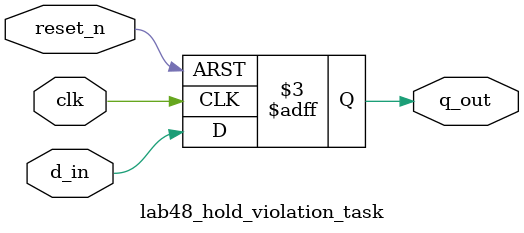
<source format=v>
`timescale 1ns / 1ps


module lab48_hold_violation_task(
                        input d_in,
                        input clk, reset_n,
                        output reg q_out
    );
    
    always @(posedge clk or negedge reset_n)
    begin
        if(!reset_n)
            q_out <= 1'b0;
        else
             q_out <= d_in;
    end
    
specify
    specparam thold = 1;
    $hold(d_in, posedge clk , thold);
endspecify
     
endmodule
  

</source>
